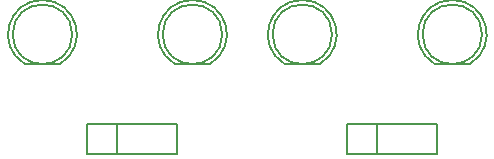
<source format=gbr>
G04 #@! TF.FileFunction,Legend,Top*
%FSLAX46Y46*%
G04 Gerber Fmt 4.6, Leading zero omitted, Abs format (unit mm)*
G04 Created by KiCad (PCBNEW 4.0.2-4+6225~38~ubuntu15.10.1-stable) date Sun 03 Apr 2016 18:07:33 BST*
%MOMM*%
G01*
G04 APERTURE LIST*
%ADD10C,0.150000*%
G04 APERTURE END LIST*
D10*
X62230000Y-107950000D02*
X62230000Y-105410000D01*
X62230000Y-105410000D02*
X69850000Y-105410000D01*
X69850000Y-105410000D02*
X69850000Y-107950000D01*
X69850000Y-107950000D02*
X62230000Y-107950000D01*
X64770000Y-105410000D02*
X64770000Y-107950000D01*
X59944904Y-100274888D02*
G75*
G03X56920000Y-100290000I-1524904J2484888D01*
G01*
X59920000Y-100290000D02*
X56920000Y-100290000D01*
X60937936Y-97790000D02*
G75*
G03X60937936Y-97790000I-2517936J0D01*
G01*
X72644904Y-100274888D02*
G75*
G03X69620000Y-100290000I-1524904J2484888D01*
G01*
X72620000Y-100290000D02*
X69620000Y-100290000D01*
X73637936Y-97790000D02*
G75*
G03X73637936Y-97790000I-2517936J0D01*
G01*
X84230000Y-107950000D02*
X84230000Y-105410000D01*
X84230000Y-105410000D02*
X91850000Y-105410000D01*
X91850000Y-105410000D02*
X91850000Y-107950000D01*
X91850000Y-107950000D02*
X84230000Y-107950000D01*
X86770000Y-105410000D02*
X86770000Y-107950000D01*
X81944904Y-100274888D02*
G75*
G03X78920000Y-100290000I-1524904J2484888D01*
G01*
X81920000Y-100290000D02*
X78920000Y-100290000D01*
X82937936Y-97790000D02*
G75*
G03X82937936Y-97790000I-2517936J0D01*
G01*
X94644904Y-100274888D02*
G75*
G03X91620000Y-100290000I-1524904J2484888D01*
G01*
X94620000Y-100290000D02*
X91620000Y-100290000D01*
X95637936Y-97790000D02*
G75*
G03X95637936Y-97790000I-2517936J0D01*
G01*
M02*

</source>
